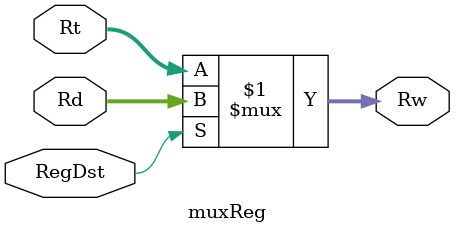
<source format=v>
module muxReg(
    input[4:0] Rd,
    input[4:0] Rt,
    input RegDst,
    output[4:0] Rw
);
    assign Rw = RegDst ? Rd : Rt;
endmodule
</source>
